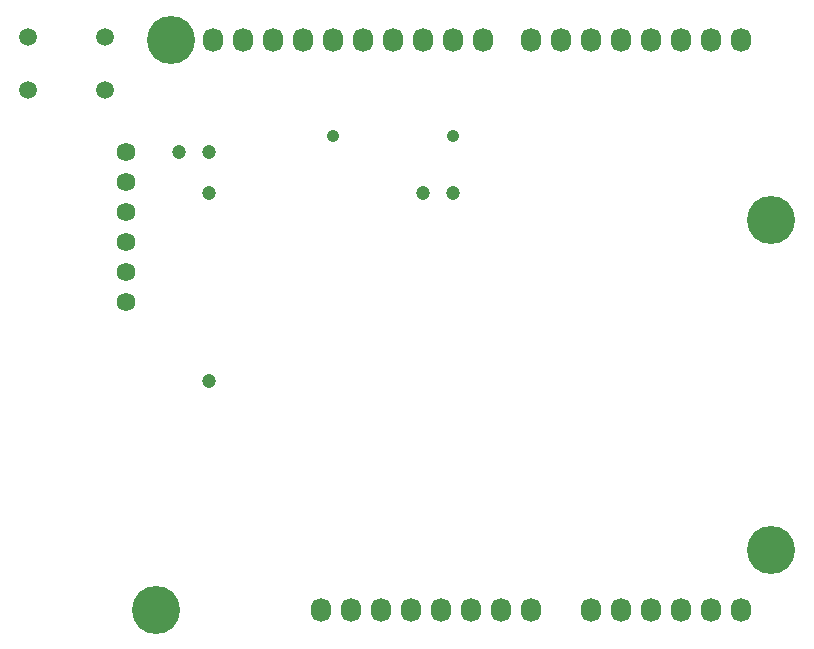
<source format=gbr>
%TF.GenerationSoftware,KiCad,Pcbnew,6.0.0-d3dd2cf0fa~116~ubuntu21.10.1*%
%TF.CreationDate,2022-01-02T17:45:00-05:00*%
%TF.ProjectId,ardustack-io,61726475-7374-4616-936b-2d696f2e6b69,rev?*%
%TF.SameCoordinates,Original*%
%TF.FileFunction,Soldermask,Top*%
%TF.FilePolarity,Negative*%
%FSLAX46Y46*%
G04 Gerber Fmt 4.6, Leading zero omitted, Abs format (unit mm)*
G04 Created by KiCad (PCBNEW 6.0.0-d3dd2cf0fa~116~ubuntu21.10.1) date 2022-01-02 17:45:00*
%MOMM*%
%LPD*%
G01*
G04 APERTURE LIST*
%ADD10O,1.727200X2.032000*%
%ADD11C,4.064000*%
%ADD12C,1.050000*%
%ADD13C,1.200000*%
%ADD14C,1.500000*%
%ADD15C,1.590000*%
G04 APERTURE END LIST*
D10*
%TO.C,P1*%
X138938000Y-123825000D03*
X141478000Y-123825000D03*
X144018000Y-123825000D03*
X146558000Y-123825000D03*
X149098000Y-123825000D03*
X151638000Y-123825000D03*
X154178000Y-123825000D03*
X156718000Y-123825000D03*
%TD*%
%TO.C,P2*%
X161798000Y-123825000D03*
X164338000Y-123825000D03*
X166878000Y-123825000D03*
X169418000Y-123825000D03*
X171958000Y-123825000D03*
X174498000Y-123825000D03*
%TD*%
%TO.C,P3*%
X129794000Y-75565000D03*
X132334000Y-75565000D03*
X134874000Y-75565000D03*
X137414000Y-75565000D03*
X139954000Y-75565000D03*
X142494000Y-75565000D03*
X145034000Y-75565000D03*
X147574000Y-75565000D03*
X150114000Y-75565000D03*
X152654000Y-75565000D03*
%TD*%
%TO.C,P4*%
X156718000Y-75565000D03*
X159258000Y-75565000D03*
X161798000Y-75565000D03*
X164338000Y-75565000D03*
X166878000Y-75565000D03*
X169418000Y-75565000D03*
X171958000Y-75565000D03*
X174498000Y-75565000D03*
%TD*%
D11*
%TO.C,P5*%
X124968000Y-123825000D03*
%TD*%
%TO.C,P6*%
X177038000Y-118745000D03*
%TD*%
%TO.C,P7*%
X126238000Y-75565000D03*
%TD*%
%TO.C,P8*%
X177038000Y-90805000D03*
%TD*%
D12*
%TO.C,R2*%
X139914000Y-83693000D03*
X150114000Y-83693000D03*
%TD*%
D13*
%TO.C,C1*%
X129450000Y-85050000D03*
X126950000Y-85050000D03*
%TD*%
D14*
%TO.C,S1*%
X114150000Y-75350000D03*
X120650000Y-75350000D03*
X114150000Y-79850000D03*
X120650000Y-79850000D03*
%TD*%
D13*
%TO.C,LED1*%
X150114000Y-88600000D03*
X147574000Y-88600000D03*
%TD*%
D15*
%TO.C,J1*%
X122400000Y-97750000D03*
X122400000Y-95210000D03*
X122400000Y-92670000D03*
X122400000Y-90130000D03*
X122400000Y-87590000D03*
X122400000Y-85050000D03*
%TD*%
D13*
%TO.C,R1*%
X129450000Y-104500000D03*
X129450000Y-88600000D03*
%TD*%
M02*

</source>
